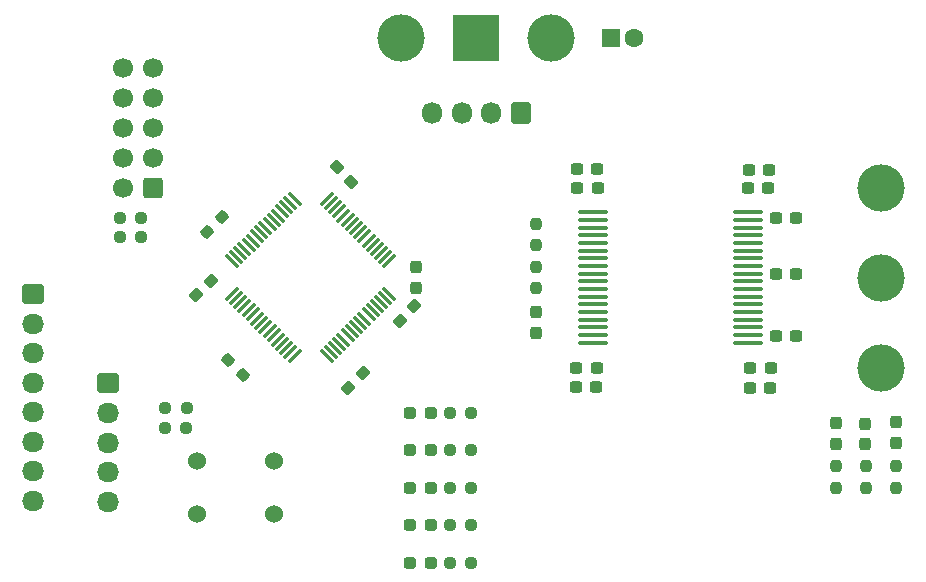
<source format=gbr>
G04 #@! TF.GenerationSoftware,KiCad,Pcbnew,(6.0.7)*
G04 #@! TF.CreationDate,2023-09-02T21:04:06+09:00*
G04 #@! TF.ProjectId,MD_DRV8332,4d445f44-5256-4383-9333-322e6b696361,rev?*
G04 #@! TF.SameCoordinates,Original*
G04 #@! TF.FileFunction,Soldermask,Top*
G04 #@! TF.FilePolarity,Negative*
%FSLAX46Y46*%
G04 Gerber Fmt 4.6, Leading zero omitted, Abs format (unit mm)*
G04 Created by KiCad (PCBNEW (6.0.7)) date 2023-09-02 21:04:06*
%MOMM*%
%LPD*%
G01*
G04 APERTURE LIST*
G04 Aperture macros list*
%AMRoundRect*
0 Rectangle with rounded corners*
0 $1 Rounding radius*
0 $2 $3 $4 $5 $6 $7 $8 $9 X,Y pos of 4 corners*
0 Add a 4 corners polygon primitive as box body*
4,1,4,$2,$3,$4,$5,$6,$7,$8,$9,$2,$3,0*
0 Add four circle primitives for the rounded corners*
1,1,$1+$1,$2,$3*
1,1,$1+$1,$4,$5*
1,1,$1+$1,$6,$7*
1,1,$1+$1,$8,$9*
0 Add four rect primitives between the rounded corners*
20,1,$1+$1,$2,$3,$4,$5,0*
20,1,$1+$1,$4,$5,$6,$7,0*
20,1,$1+$1,$6,$7,$8,$9,0*
20,1,$1+$1,$8,$9,$2,$3,0*%
G04 Aperture macros list end*
%ADD10C,1.524000*%
%ADD11RoundRect,0.237500X-0.237500X0.300000X-0.237500X-0.300000X0.237500X-0.300000X0.237500X0.300000X0*%
%ADD12RoundRect,0.237500X-0.237500X0.250000X-0.237500X-0.250000X0.237500X-0.250000X0.237500X0.250000X0*%
%ADD13RoundRect,0.237500X0.300000X0.237500X-0.300000X0.237500X-0.300000X-0.237500X0.300000X-0.237500X0*%
%ADD14RoundRect,0.237500X-0.250000X-0.237500X0.250000X-0.237500X0.250000X0.237500X-0.250000X0.237500X0*%
%ADD15RoundRect,0.237500X0.344715X-0.008839X-0.008839X0.344715X-0.344715X0.008839X0.008839X-0.344715X0*%
%ADD16RoundRect,0.237500X0.008839X0.344715X-0.344715X-0.008839X-0.008839X-0.344715X0.344715X0.008839X0*%
%ADD17RoundRect,0.237500X0.237500X-0.287500X0.237500X0.287500X-0.237500X0.287500X-0.237500X-0.287500X0*%
%ADD18RoundRect,0.237500X0.287500X0.237500X-0.287500X0.237500X-0.287500X-0.237500X0.287500X-0.237500X0*%
%ADD19RoundRect,0.237500X-0.300000X-0.237500X0.300000X-0.237500X0.300000X0.237500X-0.300000X0.237500X0*%
%ADD20RoundRect,0.237500X0.044194X0.380070X-0.380070X-0.044194X-0.044194X-0.380070X0.380070X0.044194X0*%
%ADD21RoundRect,0.237500X-0.380070X0.044194X0.044194X-0.380070X0.380070X-0.044194X-0.044194X0.380070X0*%
%ADD22RoundRect,0.250000X-0.675000X0.600000X-0.675000X-0.600000X0.675000X-0.600000X0.675000X0.600000X0*%
%ADD23O,1.850000X1.700000*%
%ADD24C,4.000000*%
%ADD25RoundRect,0.250000X0.600000X0.675000X-0.600000X0.675000X-0.600000X-0.675000X0.600000X-0.675000X0*%
%ADD26O,1.700000X1.850000*%
%ADD27R,1.600000X1.600000*%
%ADD28C,1.600000*%
%ADD29RoundRect,0.250000X0.600000X0.600000X-0.600000X0.600000X-0.600000X-0.600000X0.600000X-0.600000X0*%
%ADD30C,1.700000*%
%ADD31R,4.000000X4.000000*%
%ADD32O,2.552000X0.364000*%
%ADD33RoundRect,0.075000X0.441942X-0.548008X0.548008X-0.441942X-0.441942X0.548008X-0.548008X0.441942X0*%
%ADD34RoundRect,0.075000X-0.441942X-0.548008X0.548008X0.441942X0.441942X0.548008X-0.548008X-0.441942X0*%
G04 APERTURE END LIST*
D10*
X123900000Y-144490000D03*
X117400000Y-144490000D03*
X123900000Y-139990000D03*
X117400000Y-139990000D03*
D11*
X146050000Y-127407500D03*
X146050000Y-129132500D03*
D12*
X146050000Y-123547500D03*
X146050000Y-125372500D03*
X146050000Y-119893826D03*
X146050000Y-121718826D03*
D13*
X149558661Y-115283230D03*
X151283661Y-115283230D03*
D14*
X114670853Y-135517413D03*
X116495853Y-135517413D03*
X114657500Y-137160000D03*
X116482500Y-137160000D03*
D12*
X176530000Y-140415000D03*
X176530000Y-142240000D03*
X173990000Y-140415000D03*
X173990000Y-142240000D03*
X171450000Y-140415000D03*
X171450000Y-142240000D03*
D15*
X121295235Y-132725235D03*
X120004765Y-131434765D03*
D16*
X119485521Y-119323989D03*
X118195051Y-120614459D03*
D14*
X138787500Y-148590000D03*
X140612500Y-148590000D03*
X138787500Y-145415000D03*
X140612500Y-145415000D03*
X138787500Y-142240000D03*
X140612500Y-142240000D03*
X138787500Y-139065000D03*
X140612500Y-139065000D03*
X138787500Y-135890000D03*
X140612500Y-135890000D03*
X110834146Y-121063985D03*
X112659146Y-121063985D03*
X110847500Y-119380000D03*
X112672500Y-119380000D03*
D17*
X176568445Y-138459197D03*
X176568445Y-136709197D03*
X173932331Y-138574534D03*
X173932331Y-136824534D03*
X171450000Y-138520000D03*
X171450000Y-136770000D03*
D18*
X137160000Y-148590000D03*
X135410000Y-148590000D03*
X137160000Y-145415000D03*
X135410000Y-145415000D03*
X137160000Y-142240000D03*
X135410000Y-142240000D03*
X137160000Y-139065000D03*
X135410000Y-139065000D03*
X137160000Y-135890000D03*
X135410000Y-135890000D03*
D19*
X166370000Y-119380000D03*
X168095000Y-119380000D03*
X166370000Y-124128081D03*
X168095000Y-124128081D03*
X168095000Y-129368775D03*
X166370000Y-129368775D03*
D13*
X151189618Y-133763173D03*
X149464618Y-133763173D03*
D19*
X164206019Y-133787309D03*
X165931019Y-133787309D03*
X164076443Y-115319434D03*
X165801443Y-115319434D03*
D13*
X151202500Y-132080000D03*
X149477500Y-132080000D03*
X149571500Y-116840000D03*
X151296500Y-116840000D03*
D19*
X164237500Y-132080000D03*
X165962500Y-132080000D03*
X164015568Y-116840000D03*
X165740568Y-116840000D03*
D20*
X135780968Y-126912325D03*
X134561208Y-128132085D03*
X131423027Y-132577957D03*
X130203267Y-133797717D03*
X118526686Y-124751687D03*
X117306926Y-125971447D03*
D21*
X129199612Y-115138506D03*
X130419372Y-116358266D03*
D11*
X135890000Y-123597500D03*
X135890000Y-125322500D03*
D22*
X109840000Y-133430000D03*
D23*
X109840000Y-135930000D03*
X109840000Y-138430000D03*
X109840000Y-140930000D03*
X109840000Y-143430000D03*
D24*
X175260000Y-132080000D03*
D22*
X103490000Y-125870000D03*
D23*
X103490000Y-128370000D03*
X103490000Y-130870000D03*
X103490000Y-133370000D03*
X103490000Y-135870000D03*
X103490000Y-138370000D03*
X103490000Y-140870000D03*
X103490000Y-143370000D03*
D25*
X144780000Y-110490000D03*
D26*
X142280000Y-110490000D03*
X139780000Y-110490000D03*
X137280000Y-110490000D03*
D24*
X147320000Y-104140000D03*
D27*
X152400000Y-104140000D03*
D28*
X154400000Y-104140000D03*
D29*
X113647500Y-116840000D03*
D30*
X111107500Y-116840000D03*
X113647500Y-114300000D03*
X111107500Y-114300000D03*
X113647500Y-111760000D03*
X111107500Y-111760000D03*
X113647500Y-109220000D03*
X111107500Y-109220000D03*
X113647500Y-106680000D03*
X111107500Y-106680000D03*
D24*
X175260000Y-116840000D03*
X175260000Y-124460000D03*
D31*
X140970000Y-104140000D03*
D24*
X134620000Y-104140000D03*
D32*
X150904000Y-118935000D03*
X150904000Y-119585000D03*
X150904000Y-120235000D03*
X150904000Y-120885000D03*
X150904000Y-121535000D03*
X150904000Y-122185000D03*
X150904000Y-122835000D03*
X150904000Y-123485000D03*
X150904000Y-124135000D03*
X150904000Y-124785000D03*
X150904000Y-125435000D03*
X150904000Y-126085000D03*
X150904000Y-126735000D03*
X150904000Y-127385000D03*
X150904000Y-128035000D03*
X150904000Y-128685000D03*
X150904000Y-129335000D03*
X150904000Y-129985000D03*
X164056000Y-129985000D03*
X164056000Y-129335000D03*
X164056000Y-128685000D03*
X164056000Y-128035000D03*
X164056000Y-127385000D03*
X164056000Y-126735000D03*
X164056000Y-126085000D03*
X164056000Y-125435000D03*
X164056000Y-124785000D03*
X164056000Y-124135000D03*
X164056000Y-123485000D03*
X164056000Y-122835000D03*
X164056000Y-122185000D03*
X164056000Y-121535000D03*
X164056000Y-120885000D03*
X164056000Y-120235000D03*
X164056000Y-119585000D03*
X164056000Y-118935000D03*
D33*
X120335519Y-123098819D03*
X120689072Y-122745266D03*
X121042625Y-122391713D03*
X121396179Y-122038159D03*
X121749732Y-121684606D03*
X122103286Y-121331052D03*
X122456839Y-120977499D03*
X122810392Y-120623946D03*
X123163946Y-120270392D03*
X123517499Y-119916839D03*
X123871052Y-119563286D03*
X124224606Y-119209732D03*
X124578159Y-118856179D03*
X124931713Y-118502625D03*
X125285266Y-118149072D03*
X125638819Y-117795519D03*
D34*
X128361181Y-117795519D03*
X128714734Y-118149072D03*
X129068287Y-118502625D03*
X129421841Y-118856179D03*
X129775394Y-119209732D03*
X130128948Y-119563286D03*
X130482501Y-119916839D03*
X130836054Y-120270392D03*
X131189608Y-120623946D03*
X131543161Y-120977499D03*
X131896714Y-121331052D03*
X132250268Y-121684606D03*
X132603821Y-122038159D03*
X132957375Y-122391713D03*
X133310928Y-122745266D03*
X133664481Y-123098819D03*
D33*
X133664481Y-125821181D03*
X133310928Y-126174734D03*
X132957375Y-126528287D03*
X132603821Y-126881841D03*
X132250268Y-127235394D03*
X131896714Y-127588948D03*
X131543161Y-127942501D03*
X131189608Y-128296054D03*
X130836054Y-128649608D03*
X130482501Y-129003161D03*
X130128948Y-129356714D03*
X129775394Y-129710268D03*
X129421841Y-130063821D03*
X129068287Y-130417375D03*
X128714734Y-130770928D03*
X128361181Y-131124481D03*
D34*
X125638819Y-131124481D03*
X125285266Y-130770928D03*
X124931713Y-130417375D03*
X124578159Y-130063821D03*
X124224606Y-129710268D03*
X123871052Y-129356714D03*
X123517499Y-129003161D03*
X123163946Y-128649608D03*
X122810392Y-128296054D03*
X122456839Y-127942501D03*
X122103286Y-127588948D03*
X121749732Y-127235394D03*
X121396179Y-126881841D03*
X121042625Y-126528287D03*
X120689072Y-126174734D03*
X120335519Y-125821181D03*
M02*

</source>
